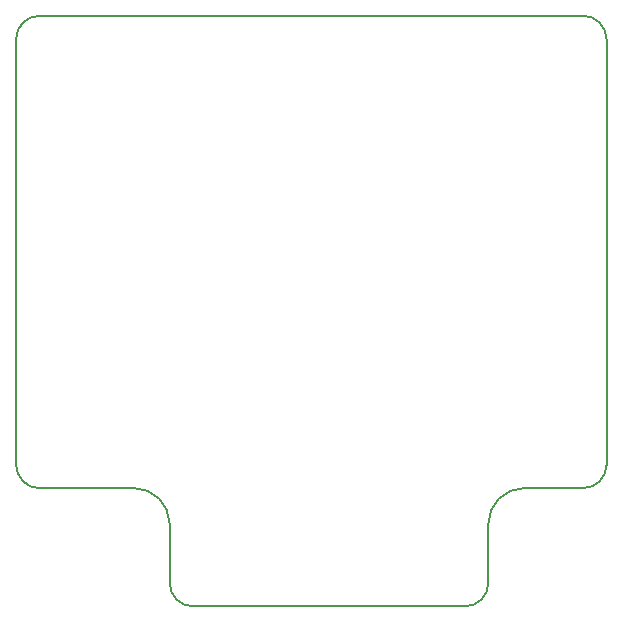
<source format=gbr>
G04 #@! TF.GenerationSoftware,KiCad,Pcbnew,5.0.2-bee76a0~70~ubuntu18.10.1*
G04 #@! TF.CreationDate,2018-12-21T17:56:49+01:00*
G04 #@! TF.ProjectId,jtag_adapter,6a746167-5f61-4646-9170-7465722e6b69,rev?*
G04 #@! TF.SameCoordinates,Original*
G04 #@! TF.FileFunction,Profile,NP*
%FSLAX46Y46*%
G04 Gerber Fmt 4.6, Leading zero omitted, Abs format (unit mm)*
G04 Created by KiCad (PCBNEW 5.0.2-bee76a0~70~ubuntu18.10.1) date Fri 21 Dec 2018 05:56:49 PM CET*
%MOMM*%
%LPD*%
G01*
G04 APERTURE LIST*
%ADD10C,0.150000*%
%ADD11C,0.200000*%
G04 APERTURE END LIST*
D10*
X162300000Y-63500000D02*
G75*
G02X164300000Y-65500000I0J-2000000D01*
G01*
X116300000Y-103500000D02*
G75*
G02X114300000Y-101500000I0J2000000D01*
G01*
X124300000Y-103500000D02*
G75*
G02X127300000Y-106500000I0J-3000000D01*
G01*
X129300000Y-113500000D02*
G75*
G02X127300000Y-111500000I0J2000000D01*
G01*
X164300000Y-101500000D02*
G75*
G02X162300000Y-103500000I-2000000J0D01*
G01*
X154300000Y-106500000D02*
G75*
G02X157300000Y-103500000I3000000J0D01*
G01*
X154300000Y-111500000D02*
G75*
G02X152300000Y-113500000I-2000000J0D01*
G01*
D11*
X114300000Y-65500000D02*
G75*
G02X116300000Y-63500000I2000000J0D01*
G01*
D10*
X157300000Y-103500000D02*
X162300000Y-103500000D01*
X154300000Y-107500000D02*
X154300000Y-106500000D01*
X154300000Y-111500000D02*
X154300000Y-107500000D01*
D11*
X124300000Y-103500000D02*
X116300000Y-103500000D01*
X127300000Y-111500000D02*
X127300000Y-106500000D01*
D10*
X114300000Y-101500000D02*
X114300000Y-65500000D01*
X152300000Y-113500000D02*
X129300000Y-113500000D01*
X164300000Y-65500000D02*
X164300000Y-101500000D01*
X116300000Y-63500000D02*
X162300000Y-63500000D01*
M02*

</source>
